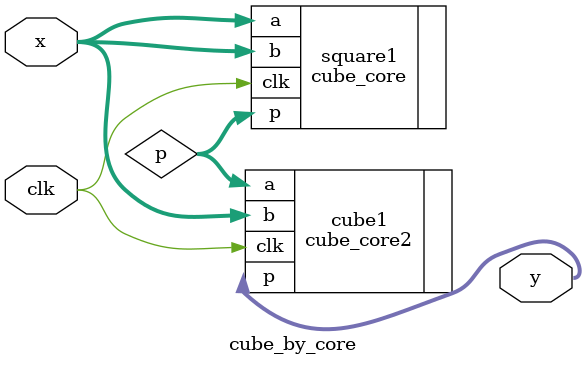
<source format=v>
`timescale 1ns / 1ps
module cube_by_core(
    input [6:0]x,
	 input clk,
    output [20:0]y
    );

wire [13:0]p;



cube_core square1 (
  .clk(clk), // input clk
  .a(x), // input [6 : 0] a
  .b(x), // input [6 : 0] b
  .p(p) // output [13 : 0] p
);

cube_core2 cube1 (
  .clk(clk), // input clk
  .a(p), // input [13 : 0] a
  .b(x), // input [6 : 0] b
  .p(y) // output [20 : 0] p
);

endmodule

</source>
